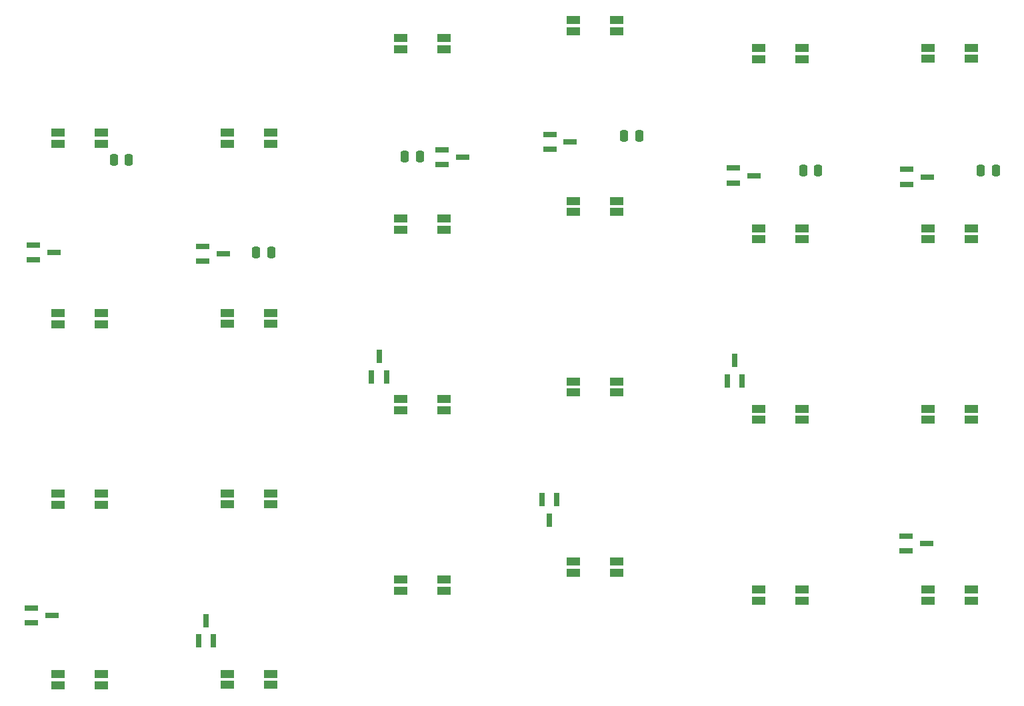
<source format=gbr>
%TF.GenerationSoftware,KiCad,Pcbnew,(6.99.0-4085-g6c752680d7)*%
%TF.CreationDate,2022-11-14T18:26:04+08:00*%
%TF.ProjectId,Right Flex PCB,52696768-7420-4466-9c65-78205043422e,rev?*%
%TF.SameCoordinates,Original*%
%TF.FileFunction,Paste,Top*%
%TF.FilePolarity,Positive*%
%FSLAX46Y46*%
G04 Gerber Fmt 4.6, Leading zero omitted, Abs format (unit mm)*
G04 Created by KiCad (PCBNEW (6.99.0-4085-g6c752680d7)) date 2022-11-14 18:26:04*
%MOMM*%
%LPD*%
G01*
G04 APERTURE LIST*
G04 Aperture macros list*
%AMRoundRect*
0 Rectangle with rounded corners*
0 $1 Rounding radius*
0 $2 $3 $4 $5 $6 $7 $8 $9 X,Y pos of 4 corners*
0 Add a 4 corners polygon primitive as box body*
4,1,4,$2,$3,$4,$5,$6,$7,$8,$9,$2,$3,0*
0 Add four circle primitives for the rounded corners*
1,1,$1+$1,$2,$3*
1,1,$1+$1,$4,$5*
1,1,$1+$1,$6,$7*
1,1,$1+$1,$8,$9*
0 Add four rect primitives between the rounded corners*
20,1,$1+$1,$2,$3,$4,$5,0*
20,1,$1+$1,$4,$5,$6,$7,0*
20,1,$1+$1,$6,$7,$8,$9,0*
20,1,$1+$1,$8,$9,$2,$3,0*%
G04 Aperture macros list end*
%ADD10R,1.700000X1.000000*%
%ADD11R,1.800000X0.800000*%
%ADD12RoundRect,0.250000X-0.250000X-0.475000X0.250000X-0.475000X0.250000X0.475000X-0.250000X0.475000X0*%
%ADD13RoundRect,0.250000X0.250000X0.475000X-0.250000X0.475000X-0.250000X-0.475000X0.250000X-0.475000X0*%
%ADD14R,0.800000X1.800000*%
G04 APERTURE END LIST*
D10*
%TO.C,D55*%
X156959398Y-63206597D03*
X151459398Y-63206597D03*
X151459398Y-61806597D03*
X156959398Y-61806597D03*
%TD*%
%TO.C,D43*%
X111974399Y-36758599D03*
X106474399Y-36758599D03*
X106474399Y-35358599D03*
X111974399Y-35358599D03*
%TD*%
D11*
%TO.C,D13*%
X37875199Y-65814399D03*
X37875199Y-63914399D03*
X40475199Y-64864399D03*
%TD*%
%TO.C,D17*%
X148675199Y-102814399D03*
X148675199Y-100914399D03*
X151275199Y-101864399D03*
%TD*%
D10*
%TO.C,D18*%
X46475200Y-119884397D03*
X40975200Y-119884397D03*
X40975200Y-118484397D03*
X46475200Y-118484397D03*
%TD*%
D12*
%TO.C,C3*%
X158200000Y-54450000D03*
X160100000Y-54450000D03*
%TD*%
D11*
%TO.C,D1*%
X37625199Y-111964399D03*
X37625199Y-110064399D03*
X40225199Y-111014399D03*
%TD*%
D10*
%TO.C,D23*%
X90003399Y-84891599D03*
X84503399Y-84891599D03*
X84503399Y-83491599D03*
X90003399Y-83491599D03*
%TD*%
D13*
%TO.C,C1*%
X49975200Y-53064400D03*
X48075200Y-53064400D03*
%TD*%
D10*
%TO.C,D49*%
X135496399Y-86142799D03*
X129996399Y-86142799D03*
X129996399Y-84742799D03*
X135496399Y-84742799D03*
%TD*%
%TO.C,D7*%
X67991598Y-96896399D03*
X62491598Y-96896399D03*
X62491598Y-95496399D03*
X67991598Y-95496399D03*
%TD*%
%TO.C,D37*%
X111974399Y-105592599D03*
X106474399Y-105592599D03*
X106474399Y-104192599D03*
X111974399Y-104192599D03*
%TD*%
%TO.C,D35*%
X67991598Y-51023999D03*
X62491598Y-51023999D03*
X62491598Y-49623999D03*
X67991598Y-49623999D03*
%TD*%
%TO.C,D41*%
X111974399Y-59720199D03*
X106474399Y-59720199D03*
X106474399Y-58320199D03*
X111974399Y-58320199D03*
%TD*%
D11*
%TO.C,D11*%
X103449999Y-51749999D03*
X103449999Y-49849999D03*
X106049999Y-50799999D03*
%TD*%
D10*
%TO.C,D2*%
X40987199Y-49630600D03*
X46487199Y-49630600D03*
X46487199Y-51030600D03*
X40987199Y-51030600D03*
%TD*%
D11*
%TO.C,D9*%
X89775199Y-53714399D03*
X89775199Y-51814399D03*
X92375199Y-52764399D03*
%TD*%
D10*
%TO.C,D4*%
X46487199Y-96928400D03*
X40987199Y-96928400D03*
X40987199Y-95528400D03*
X46487199Y-95528400D03*
%TD*%
%TO.C,D25*%
X90003399Y-107853199D03*
X84503399Y-107853199D03*
X84503399Y-106453199D03*
X90003399Y-106453199D03*
%TD*%
D11*
%TO.C,D14*%
X126799999Y-56049999D03*
X126799999Y-54149999D03*
X129399999Y-55099999D03*
%TD*%
D12*
%TO.C,C6*%
X66150000Y-64850000D03*
X68050000Y-64850000D03*
%TD*%
D10*
%TO.C,D59*%
X156984798Y-109104397D03*
X151484798Y-109104397D03*
X151484798Y-107704397D03*
X156984798Y-107704397D03*
%TD*%
D14*
%TO.C,D32*%
X60725199Y-114264399D03*
X58825199Y-114264399D03*
X59775199Y-111664399D03*
%TD*%
D10*
%TO.C,D57*%
X156984798Y-86142797D03*
X151484798Y-86142797D03*
X151484798Y-84742797D03*
X156984798Y-84742797D03*
%TD*%
%TO.C,D39*%
X111974399Y-82681799D03*
X106474399Y-82681799D03*
X106474399Y-81281799D03*
X111974399Y-81281799D03*
%TD*%
%TO.C,D33*%
X67991598Y-73934799D03*
X62491598Y-73934799D03*
X62491598Y-72534799D03*
X67991598Y-72534799D03*
%TD*%
D12*
%TO.C,C4*%
X135650000Y-54450000D03*
X137550000Y-54450000D03*
%TD*%
D14*
%TO.C,D12*%
X102449999Y-96299999D03*
X104349999Y-96299999D03*
X103399999Y-98899999D03*
%TD*%
D12*
%TO.C,C5*%
X112900000Y-50050000D03*
X114800000Y-50050000D03*
%TD*%
D11*
%TO.C,D31*%
X59375199Y-65964399D03*
X59375199Y-64064399D03*
X61975199Y-65014399D03*
%TD*%
D10*
%TO.C,D45*%
X135470999Y-40270399D03*
X129970999Y-40270399D03*
X129970999Y-38870399D03*
X135470999Y-38870399D03*
%TD*%
D14*
%TO.C,D15*%
X127875199Y-81214399D03*
X125975199Y-81214399D03*
X126925199Y-78614399D03*
%TD*%
D12*
%TO.C,C2*%
X85050000Y-52700000D03*
X86950000Y-52700000D03*
%TD*%
D10*
%TO.C,D3*%
X46487199Y-73992200D03*
X40987199Y-73992200D03*
X40987199Y-72592200D03*
X46487199Y-72592200D03*
%TD*%
%TO.C,D51*%
X135475199Y-109134397D03*
X129975199Y-109134397D03*
X129975199Y-107734397D03*
X135475199Y-107734397D03*
%TD*%
D11*
%TO.C,D16*%
X148775199Y-56214399D03*
X148775199Y-54314399D03*
X151375199Y-55264399D03*
%TD*%
D10*
%TO.C,D19*%
X89975199Y-39034398D03*
X84475199Y-39034398D03*
X84475199Y-37634398D03*
X89975199Y-37634398D03*
%TD*%
%TO.C,D5*%
X67991598Y-119832599D03*
X62491598Y-119832599D03*
X62491598Y-118432599D03*
X67991598Y-118432599D03*
%TD*%
D14*
%TO.C,D10*%
X82725199Y-80664399D03*
X80825199Y-80664399D03*
X81775199Y-78064399D03*
%TD*%
D10*
%TO.C,D21*%
X90003399Y-61955399D03*
X84503399Y-61955399D03*
X84503399Y-60555399D03*
X90003399Y-60555399D03*
%TD*%
%TO.C,D47*%
X135470999Y-63206599D03*
X129970999Y-63206599D03*
X129970999Y-61806599D03*
X135470999Y-61806599D03*
%TD*%
%TO.C,D53*%
X156984798Y-40244997D03*
X151484798Y-40244997D03*
X151484798Y-38844997D03*
X156984798Y-38844997D03*
%TD*%
M02*

</source>
